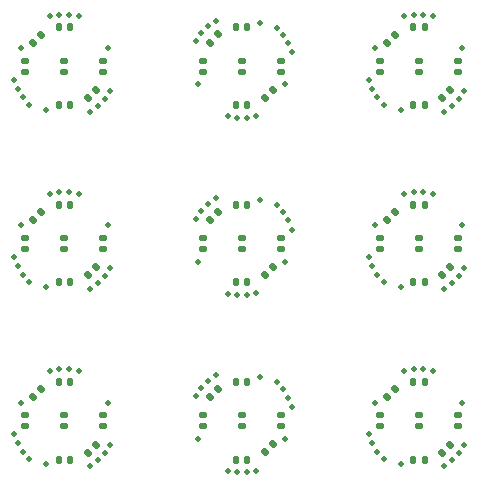
<source format=gbr>
%TF.GenerationSoftware,KiCad,Pcbnew,8.0.5-dirty*%
%TF.CreationDate,2025-01-28T00:49:07-05:00*%
%TF.ProjectId,prrpls406-panel,70727270-6c73-4343-9036-2d70616e656c,rev?*%
%TF.SameCoordinates,Original*%
%TF.FileFunction,Soldermask,Top*%
%TF.FilePolarity,Negative*%
%FSLAX46Y46*%
G04 Gerber Fmt 4.6, Leading zero omitted, Abs format (unit mm)*
G04 Created by KiCad (PCBNEW 8.0.5-dirty) date 2025-01-28 00:49:07*
%MOMM*%
%LPD*%
G01*
G04 APERTURE LIST*
G04 Aperture macros list*
%AMRoundRect*
0 Rectangle with rounded corners*
0 $1 Rounding radius*
0 $2 $3 $4 $5 $6 $7 $8 $9 X,Y pos of 4 corners*
0 Add a 4 corners polygon primitive as box body*
4,1,4,$2,$3,$4,$5,$6,$7,$8,$9,$2,$3,0*
0 Add four circle primitives for the rounded corners*
1,1,$1+$1,$2,$3*
1,1,$1+$1,$4,$5*
1,1,$1+$1,$6,$7*
1,1,$1+$1,$8,$9*
0 Add four rect primitives between the rounded corners*
20,1,$1+$1,$2,$3,$4,$5,0*
20,1,$1+$1,$4,$5,$6,$7,0*
20,1,$1+$1,$6,$7,$8,$9,0*
20,1,$1+$1,$8,$9,$2,$3,0*%
G04 Aperture macros list end*
%ADD10RoundRect,0.147500X0.147500X0.172500X-0.147500X0.172500X-0.147500X-0.172500X0.147500X-0.172500X0*%
%ADD11C,0.500000*%
%ADD12RoundRect,0.147500X-0.172500X0.147500X-0.172500X-0.147500X0.172500X-0.147500X0.172500X0.147500X0*%
%ADD13RoundRect,0.147500X-0.017678X0.226274X-0.226274X0.017678X0.017678X-0.226274X0.226274X-0.017678X0*%
%ADD14RoundRect,0.147500X0.017678X-0.226274X0.226274X-0.017678X-0.017678X0.226274X-0.226274X0.017678X0*%
%ADD15RoundRect,0.147500X0.172500X-0.147500X0.172500X0.147500X-0.172500X0.147500X-0.172500X-0.147500X0*%
%ADD16RoundRect,0.147500X-0.147500X-0.172500X0.147500X-0.172500X0.147500X0.172500X-0.147500X0.172500X0*%
G04 APERTURE END LIST*
D10*
%TO.C,D1*%
X39483776Y-35699694D03*
X38513776Y-35699694D03*
%TD*%
D11*
%TO.C,H2*%
X25529510Y-20304175D03*
%TD*%
D12*
%TO.C,D7*%
X20698776Y-8514694D03*
X20698776Y-9484694D03*
%TD*%
D11*
%TO.C,H2*%
X7468042Y-27695213D03*
%TD*%
%TO.C,KiKit_MB_6_5*%
X22826131Y-13239695D03*
%TD*%
%TO.C,KiKit_MB_12_5*%
X10200244Y-19767586D03*
%TD*%
%TO.C,KiKit_MB_1_2*%
X6017721Y-12234933D03*
%TD*%
D12*
%TO.C,D4*%
X23998776Y-23514694D03*
X23998776Y-24484694D03*
%TD*%
D13*
%TO.C,D2*%
X37008270Y-36323295D03*
X36322376Y-37009189D03*
%TD*%
D11*
%TO.C,H2*%
X7468042Y-12695213D03*
%TD*%
%TO.C,KiKit_MB_7_2*%
X36017720Y-12234933D03*
%TD*%
D10*
%TO.C,D1*%
X9483776Y-5699694D03*
X8513776Y-5699694D03*
%TD*%
D12*
%TO.C,D4*%
X23998776Y-8514694D03*
X23998776Y-9484694D03*
%TD*%
D11*
%TO.C,H3*%
X42694294Y-37468961D03*
%TD*%
%TO.C,KiKit_MB_3_4*%
X9393976Y-4617698D03*
%TD*%
D14*
%TO.C,D6*%
X40989281Y-26702641D03*
X41675175Y-26016747D03*
%TD*%
D11*
%TO.C,KiKit_MB_14_2*%
X20140446Y-21888078D03*
%TD*%
%TO.C,KiKit_MB_1_3*%
X5471749Y-11627860D03*
%TD*%
D15*
%TO.C,D4*%
X38998776Y-24484694D03*
X38998776Y-23514694D03*
%TD*%
D11*
%TO.C,KiKit_MB_7_4*%
X35046706Y-10930827D03*
%TD*%
%TO.C,KiKit_MB_13_5*%
X28234580Y-22814292D03*
%TD*%
D14*
%TO.C,D6*%
X40989281Y-41702641D03*
X41675175Y-41016747D03*
%TD*%
D11*
%TO.C,H1*%
X27694295Y-10530427D03*
%TD*%
%TO.C,H2*%
X25529510Y-5304175D03*
%TD*%
%TO.C,KiKit_MB_15_4*%
X23629678Y-28382723D03*
%TD*%
%TO.C,KiKit_MB_8_3*%
X42412624Y-11773808D03*
%TD*%
%TO.C,KiKit_MB_20_3*%
X12412911Y-41774035D03*
%TD*%
%TO.C,KiKit_MB_16_3*%
X35471940Y-26627717D03*
%TD*%
%TO.C,KiKit_MB_13_4*%
X27940956Y-22048369D03*
%TD*%
D12*
%TO.C,D7*%
X20698776Y-38514694D03*
X20698776Y-39484694D03*
%TD*%
D11*
%TO.C,KiKit_MB_24_3*%
X24445790Y-43375769D03*
%TD*%
D12*
%TO.C,D3*%
X35698776Y-38514694D03*
X35698776Y-39484694D03*
%TD*%
D15*
%TO.C,D4*%
X38998776Y-39484694D03*
X38998776Y-38514694D03*
%TD*%
D11*
%TO.C,KiKit_MB_11_4*%
X11840871Y-27356409D03*
%TD*%
%TO.C,KiKit_MB_20_4*%
X11840871Y-42356409D03*
%TD*%
%TO.C,KiKit_MB_22_5*%
X28234580Y-37814292D03*
%TD*%
D14*
%TO.C,D6*%
X10989281Y-26702641D03*
X11675175Y-26016747D03*
%TD*%
D12*
%TO.C,D7*%
X20698776Y-23514694D03*
X20698776Y-24484694D03*
%TD*%
D11*
%TO.C,H3*%
X20303258Y-25530427D03*
%TD*%
%TO.C,KiKit_MB_19_2*%
X6017771Y-42234876D03*
%TD*%
%TO.C,H2*%
X25529510Y-35304175D03*
%TD*%
%TO.C,KiKit_MB_4_5*%
X28234580Y-7814293D03*
%TD*%
%TO.C,KiKit_MB_24_5*%
X22826211Y-43239416D03*
%TD*%
%TO.C,KiKit_MB_14_3*%
X20599349Y-21208753D03*
%TD*%
%TO.C,KiKit_MB_27_2*%
X37768859Y-34776601D03*
%TD*%
%TO.C,KiKit_MB_2_2*%
X12867290Y-11095677D03*
%TD*%
%TO.C,KiKit_MB_10_4*%
X5046424Y-25930962D03*
%TD*%
D14*
%TO.C,D2*%
X25989282Y-41676093D03*
X26675176Y-40990199D03*
%TD*%
D11*
%TO.C,KiKit_MB_2_4*%
X11841028Y-12356594D03*
%TD*%
%TO.C,H2*%
X7468042Y-42695213D03*
%TD*%
%TO.C,KiKit_MB_17_3*%
X42412624Y-26773808D03*
%TD*%
D10*
%TO.C,D1*%
X9483776Y-35699694D03*
X8513776Y-35699694D03*
%TD*%
D11*
%TO.C,H3*%
X42694294Y-22468961D03*
%TD*%
%TO.C,KiKit_MB_9_5*%
X40200133Y-4768007D03*
%TD*%
%TO.C,KiKit_MB_23_5*%
X21850676Y-35159898D03*
%TD*%
D14*
%TO.C,D6*%
X10989281Y-41702641D03*
X11675175Y-41016747D03*
%TD*%
D11*
%TO.C,H3*%
X12694294Y-7468961D03*
%TD*%
%TO.C,KiKit_MB_2_3*%
X12412911Y-11774035D03*
%TD*%
%TO.C,KiKit_MB_26_4*%
X41840871Y-42356409D03*
%TD*%
%TO.C,H1*%
X27694295Y-25530427D03*
%TD*%
D15*
%TO.C,D7*%
X42298776Y-24484694D03*
X42298776Y-23514694D03*
%TD*%
D12*
%TO.C,D3*%
X35698776Y-23514694D03*
X35698776Y-24484694D03*
%TD*%
D11*
%TO.C,KiKit_MB_23_3*%
X20599183Y-36208616D03*
%TD*%
%TO.C,H1*%
X5303257Y-37468961D03*
%TD*%
%TO.C,KiKit_MB_13_2*%
X26957253Y-20744265D03*
%TD*%
%TO.C,KiKit_MB_26_3*%
X42412624Y-41773808D03*
%TD*%
%TO.C,KiKit_MB_5_2*%
X20140446Y-6888079D03*
%TD*%
%TO.C,KiKit_MB_16_5*%
X34757286Y-25167363D03*
%TD*%
%TO.C,KiKit_MB_25_5*%
X34756823Y-40167480D03*
%TD*%
%TO.C,KiKit_MB_22_4*%
X27940956Y-37048369D03*
%TD*%
%TO.C,KiKit_MB_11_3*%
X12412911Y-26774035D03*
%TD*%
D15*
%TO.C,D4*%
X38998776Y-9484694D03*
X38998776Y-8514694D03*
%TD*%
D14*
%TO.C,D6*%
X10989281Y-11702641D03*
X11675175Y-11016747D03*
%TD*%
D13*
%TO.C,D2*%
X37008270Y-21323295D03*
X36322376Y-22009189D03*
%TD*%
D16*
%TO.C,D5*%
X38513776Y-42299694D03*
X39483776Y-42299694D03*
%TD*%
D11*
%TO.C,KiKit_MB_4_4*%
X27940956Y-7048370D03*
%TD*%
%TO.C,H3*%
X20303258Y-10530427D03*
%TD*%
D16*
%TO.C,D1*%
X23513776Y-12299694D03*
X24483776Y-12299694D03*
%TD*%
D11*
%TO.C,KiKit_MB_18_4*%
X39393976Y-19617697D03*
%TD*%
%TO.C,KiKit_MB_26_2*%
X42866953Y-41095481D03*
%TD*%
%TO.C,KiKit_MB_24_2*%
X25246677Y-43218307D03*
%TD*%
%TO.C,KiKit_MB_14_5*%
X21850921Y-20160314D03*
%TD*%
%TO.C,KiKit_MB_20_2*%
X12866953Y-41095481D03*
%TD*%
%TO.C,H2*%
X37468042Y-12695213D03*
%TD*%
D13*
%TO.C,D2*%
X37008270Y-6323295D03*
X36322376Y-7009189D03*
%TD*%
D11*
%TO.C,KiKit_MB_25_3*%
X35471940Y-41627717D03*
%TD*%
D12*
%TO.C,D3*%
X5698776Y-8514694D03*
X5698776Y-9484694D03*
%TD*%
D10*
%TO.C,D5*%
X24483776Y-5699694D03*
X23513776Y-5699694D03*
%TD*%
D11*
%TO.C,KiKit_MB_17_2*%
X42866953Y-26095481D03*
%TD*%
%TO.C,H2*%
X37468042Y-42695213D03*
%TD*%
%TO.C,KiKit_MB_8_2*%
X42866953Y-11095481D03*
%TD*%
%TO.C,KiKit_MB_10_2*%
X6017771Y-27234876D03*
%TD*%
%TO.C,KiKit_MB_22_2*%
X26957253Y-35744265D03*
%TD*%
D14*
%TO.C,D6*%
X40989281Y-11702641D03*
X41675175Y-11016747D03*
%TD*%
D11*
%TO.C,H1*%
X5303257Y-7468961D03*
%TD*%
%TO.C,KiKit_MB_19_5*%
X4757287Y-40167363D03*
%TD*%
%TO.C,KiKit_MB_15_5*%
X22826109Y-28239769D03*
%TD*%
D15*
%TO.C,D7*%
X12298776Y-24484694D03*
X12298776Y-23514694D03*
%TD*%
D11*
%TO.C,KiKit_MB_23_4*%
X21175721Y-35625629D03*
%TD*%
D16*
%TO.C,D5*%
X8513776Y-12299694D03*
X9483776Y-12299694D03*
%TD*%
D15*
%TO.C,D3*%
X27298776Y-9484694D03*
X27298776Y-8514694D03*
%TD*%
D16*
%TO.C,D5*%
X8513776Y-42299694D03*
X9483776Y-42299694D03*
%TD*%
D11*
%TO.C,KiKit_MB_9_3*%
X38573975Y-4621742D03*
%TD*%
%TO.C,KiKit_MB_11_2*%
X12866953Y-26095481D03*
%TD*%
%TO.C,KiKit_MB_26_5*%
X41171862Y-42824079D03*
%TD*%
%TO.C,KiKit_MB_6_2*%
X25246823Y-13218765D03*
%TD*%
%TO.C,KiKit_MB_25_2*%
X36017720Y-42234933D03*
%TD*%
%TO.C,KiKit_MB_5_4*%
X21175926Y-5625883D03*
%TD*%
%TO.C,KiKit_MB_20_5*%
X11171862Y-42824079D03*
%TD*%
%TO.C,H2*%
X37468042Y-27695213D03*
%TD*%
%TO.C,KiKit_MB_24_4*%
X23629678Y-43382723D03*
%TD*%
%TO.C,KiKit_MB_9_4*%
X39393976Y-4617698D03*
%TD*%
D10*
%TO.C,D1*%
X39483776Y-20699694D03*
X38513776Y-20699694D03*
%TD*%
D11*
%TO.C,KiKit_MB_7_3*%
X35471748Y-11627860D03*
%TD*%
%TO.C,KiKit_MB_21_3*%
X8573961Y-34621576D03*
%TD*%
%TO.C,KiKit_MB_15_2*%
X25246823Y-28218765D03*
%TD*%
D10*
%TO.C,D5*%
X24483776Y-20699694D03*
X23513776Y-20699694D03*
%TD*%
D11*
%TO.C,KiKit_MB_11_5*%
X11171862Y-27824079D03*
%TD*%
%TO.C,H3*%
X42694294Y-7468961D03*
%TD*%
%TO.C,KiKit_MB_9_2*%
X37768859Y-4776602D03*
%TD*%
D15*
%TO.C,D3*%
X27298776Y-39484694D03*
X27298776Y-38514694D03*
%TD*%
D12*
%TO.C,D3*%
X5698776Y-38514694D03*
X5698776Y-39484694D03*
%TD*%
D11*
%TO.C,H1*%
X35303257Y-37468961D03*
%TD*%
D15*
%TO.C,D4*%
X8998776Y-9484694D03*
X8998776Y-8514694D03*
%TD*%
D11*
%TO.C,KiKit_MB_18_5*%
X40200244Y-19767586D03*
%TD*%
%TO.C,KiKit_MB_25_4*%
X35046541Y-40930906D03*
%TD*%
%TO.C,KiKit_MB_4_3*%
X27510965Y-6349671D03*
%TD*%
%TO.C,KiKit_MB_16_4*%
X35046541Y-25930906D03*
%TD*%
D12*
%TO.C,D4*%
X23998776Y-38514694D03*
X23998776Y-39484694D03*
%TD*%
D13*
%TO.C,D2*%
X7008270Y-6323295D03*
X6322376Y-7009189D03*
%TD*%
D11*
%TO.C,KiKit_MB_2_5*%
X11171862Y-12824079D03*
%TD*%
%TO.C,KiKit_MB_23_2*%
X20140264Y-36887979D03*
%TD*%
D15*
%TO.C,D7*%
X42298776Y-9484694D03*
X42298776Y-8514694D03*
%TD*%
D11*
%TO.C,H1*%
X35303257Y-22468961D03*
%TD*%
%TO.C,KiKit_MB_19_3*%
X5471749Y-41627860D03*
%TD*%
%TO.C,KiKit_MB_27_5*%
X40200133Y-34768006D03*
%TD*%
%TO.C,KiKit_MB_17_4*%
X41840871Y-27356409D03*
%TD*%
D10*
%TO.C,D1*%
X9483776Y-20699694D03*
X8513776Y-20699694D03*
%TD*%
D11*
%TO.C,KiKit_MB_1_5*%
X4757287Y-10167363D03*
%TD*%
%TO.C,KiKit_MB_6_3*%
X24445805Y-13375896D03*
%TD*%
D15*
%TO.C,D4*%
X8998776Y-24484694D03*
X8998776Y-23514694D03*
%TD*%
D11*
%TO.C,KiKit_MB_7_5*%
X34757286Y-10167363D03*
%TD*%
%TO.C,KiKit_MB_3_2*%
X7768860Y-4776602D03*
%TD*%
D16*
%TO.C,D1*%
X23513776Y-27299694D03*
X24483776Y-27299694D03*
%TD*%
D11*
%TO.C,KiKit_MB_6_4*%
X23629678Y-13382723D03*
%TD*%
D15*
%TO.C,D7*%
X12298776Y-39484694D03*
X12298776Y-38514694D03*
%TD*%
D11*
%TO.C,KiKit_MB_3_5*%
X10200133Y-4768007D03*
%TD*%
%TO.C,KiKit_MB_21_4*%
X9393975Y-34617708D03*
%TD*%
%TO.C,KiKit_MB_12_4*%
X9393976Y-19617697D03*
%TD*%
D10*
%TO.C,D5*%
X24483776Y-35699694D03*
X23513776Y-35699694D03*
%TD*%
D15*
%TO.C,D7*%
X42298776Y-39484694D03*
X42298776Y-38514694D03*
%TD*%
D11*
%TO.C,KiKit_MB_8_5*%
X41171778Y-12823929D03*
%TD*%
%TO.C,KiKit_MB_13_3*%
X27510965Y-21349670D03*
%TD*%
%TO.C,KiKit_MB_10_3*%
X5471749Y-26627860D03*
%TD*%
%TO.C,KiKit_MB_27_3*%
X38573960Y-34621576D03*
%TD*%
%TO.C,H1*%
X35303257Y-7468961D03*
%TD*%
%TO.C,KiKit_MB_4_2*%
X26957550Y-5743950D03*
%TD*%
%TO.C,KiKit_MB_18_2*%
X37768931Y-19776847D03*
%TD*%
D13*
%TO.C,D2*%
X7008270Y-21323295D03*
X6322376Y-22009189D03*
%TD*%
D11*
%TO.C,KiKit_MB_21_5*%
X10200133Y-34768006D03*
%TD*%
D14*
%TO.C,D2*%
X25989282Y-26676093D03*
X26675176Y-25990199D03*
%TD*%
D11*
%TO.C,KiKit_MB_1_4*%
X5046542Y-10930906D03*
%TD*%
%TO.C,KiKit_MB_8_4*%
X41841028Y-12356594D03*
%TD*%
D16*
%TO.C,D5*%
X38513776Y-12299694D03*
X39483776Y-12299694D03*
%TD*%
D11*
%TO.C,KiKit_MB_27_4*%
X39393976Y-34617697D03*
%TD*%
%TO.C,H3*%
X12694294Y-37468961D03*
%TD*%
%TO.C,KiKit_MB_12_3*%
X8573961Y-19621576D03*
%TD*%
%TO.C,KiKit_MB_16_2*%
X36017720Y-27234933D03*
%TD*%
%TO.C,H1*%
X27694295Y-40530427D03*
%TD*%
D15*
%TO.C,D7*%
X12298776Y-9484694D03*
X12298776Y-8514694D03*
%TD*%
D12*
%TO.C,D3*%
X5698776Y-23514694D03*
X5698776Y-24484694D03*
%TD*%
D11*
%TO.C,KiKit_MB_10_5*%
X4757287Y-25167363D03*
%TD*%
D13*
%TO.C,D6*%
X22008271Y-21296747D03*
X21322377Y-21982641D03*
%TD*%
D11*
%TO.C,KiKit_MB_22_3*%
X27510965Y-36349670D03*
%TD*%
%TO.C,KiKit_MB_17_5*%
X41171862Y-27824079D03*
%TD*%
%TO.C,H1*%
X5303257Y-22468961D03*
%TD*%
%TO.C,KiKit_MB_5_3*%
X20599349Y-6208754D03*
%TD*%
%TO.C,KiKit_MB_3_3*%
X8573976Y-4621742D03*
%TD*%
%TO.C,KiKit_MB_21_2*%
X7768860Y-34776601D03*
%TD*%
D13*
%TO.C,D2*%
X7008270Y-36323295D03*
X6322376Y-37009189D03*
%TD*%
D11*
%TO.C,KiKit_MB_12_2*%
X7768932Y-19776847D03*
%TD*%
D10*
%TO.C,D1*%
X39483776Y-5699694D03*
X38513776Y-5699694D03*
%TD*%
D15*
%TO.C,D3*%
X27298776Y-24484694D03*
X27298776Y-23514694D03*
%TD*%
D12*
%TO.C,D3*%
X35698776Y-8514694D03*
X35698776Y-9484694D03*
%TD*%
D16*
%TO.C,D5*%
X8513776Y-27299694D03*
X9483776Y-27299694D03*
%TD*%
%TO.C,D1*%
X23513776Y-42299694D03*
X24483776Y-42299694D03*
%TD*%
D14*
%TO.C,D2*%
X25989282Y-11676093D03*
X26675176Y-10990199D03*
%TD*%
D11*
%TO.C,H3*%
X12694294Y-22468961D03*
%TD*%
D13*
%TO.C,D6*%
X22008271Y-36296747D03*
X21322377Y-36982641D03*
%TD*%
D11*
%TO.C,KiKit_MB_5_5*%
X21850676Y-5159899D03*
%TD*%
%TO.C,KiKit_MB_18_3*%
X38573960Y-19621576D03*
%TD*%
D16*
%TO.C,D5*%
X38513776Y-27299694D03*
X39483776Y-27299694D03*
%TD*%
D11*
%TO.C,KiKit_MB_14_4*%
X21175684Y-20625583D03*
%TD*%
D15*
%TO.C,D4*%
X8998776Y-39484694D03*
X8998776Y-38514694D03*
%TD*%
D11*
%TO.C,KiKit_MB_19_4*%
X5046542Y-40930906D03*
%TD*%
D13*
%TO.C,D6*%
X22008271Y-6296747D03*
X21322377Y-6982641D03*
%TD*%
D11*
%TO.C,H3*%
X20303258Y-40530427D03*
%TD*%
%TO.C,KiKit_MB_15_3*%
X24445805Y-28375896D03*
%TD*%
M02*

</source>
